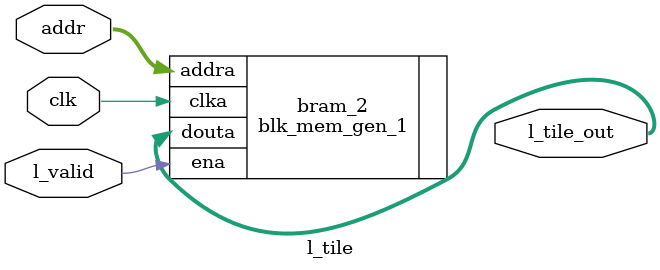
<source format=sv>
`timescale 1ns / 1ps

module l_tile#(parameter f = 3, parameter br = 8, parameter data_w = 16)(
input logic clk, input logic [f-1:0] addr, input logic l_valid,
output logic [br*data_w-1:0] l_tile_out
);

blk_mem_gen_1 bram_2 (
  .clka(clk),    // input wire clka
  .ena(l_valid),      // input wire ena
  .addra(addr),  // input wire [2 : 0] addra
  .douta(l_tile_out)  // output wire [127 : 0] douta
);

endmodule

</source>
